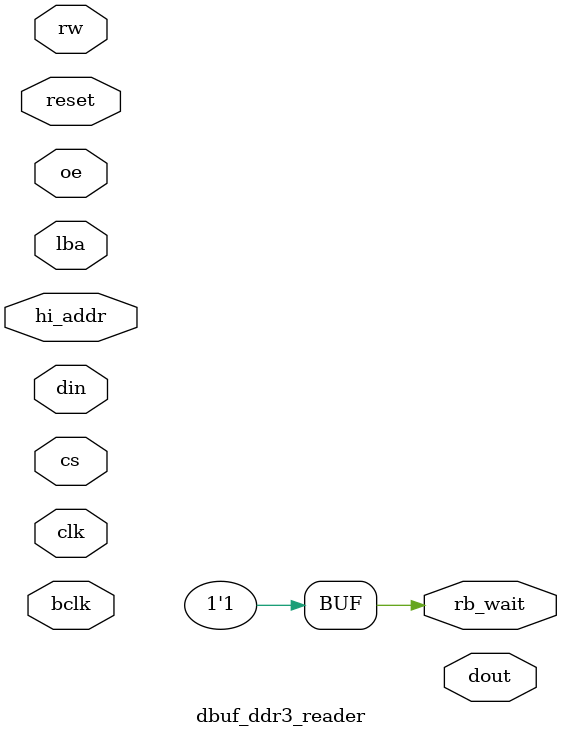
<source format=v>

module dbuf_ddr3_reader (
		  input wire [15:0] din,
		  output wire [15:0] dout,
		  input wire clk,
		  input wire reset,

		  input wire bclk,
		  input wire [1:0] cs,
		  input wire [18:16] hi_addr,
		  input wire lba,
		  input wire oe,
		  input wire rw,
		  output wire rb_wait,

		  
		  );

   reg 		      bus_write;
   reg 		      rw_del;
   reg 		      lba_del;
   reg [18:0] 	      bus_addr;
   reg [15:0] 	      bus_data;

   reg [15:0] 	      din_r;
   reg 		      rw_r;
   reg 		      cs1_r;
   reg [18:0] 	      addr_r;
   reg 		      lba_r;

   always @(posedge bclk) begin
      addr_r <= {hi_addr, din};
      cs1_r <= cs[1];
      rw_r <= rw;
      din_r <= din;
      lba_r <= lba;
   end

   always @(posedge bclk) begin
      if( !lba ) begin // latch address on LBA low
	 bus_addr <= {hi_addr, din};
      end else begin
	 bus_addr <= bus_addr;
      end
   end

   assign rb_wait = 1'b1; // wait is active low, no wait state for now
   
endmodule // dbuf_ddr3_reader



</source>
